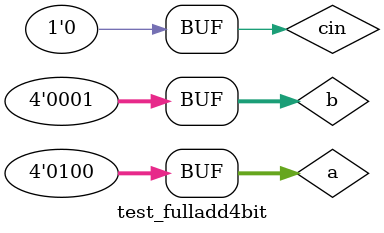
<source format=v>
`timescale 1ns / 1ps


module test_fulladd4bit;

	// Inputs
	reg [3:0] a;
	reg [3:0] b;
	reg cin;

	// Outputs
	wire [3:0] sum;
	wire cout;

	// Instantiate the Unit Under Test (UUT)
	fulladd4bit uut (
		.sum(sum), 
		.cout(cout), 
		.a(a), 
		.b(b), 
		.cin(cin)
	);

	initial begin
		// Initialize Inputs
		a = 4'd2;
		b = 4'd5;
		cin = 0;
		#50;
		a = 4'd4;
		b = 4'd10;
		cin = 0;
		#50;	
		a = -4'd4;
		b = 4'd10;
		cin = 0;
		#50;	    		
		a = 4'd4;
		b = 4'd1;
		cin = 0;
		#50;	        
		// Add stimulus here

	end
      
endmodule


</source>
